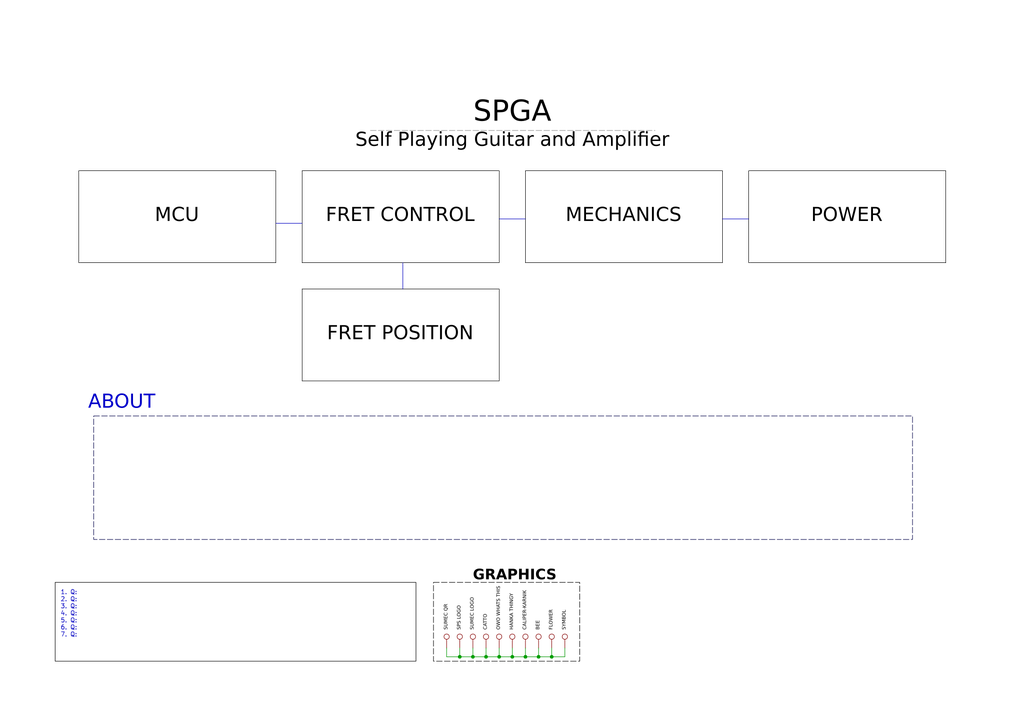
<source format=kicad_sch>
(kicad_sch (version 20250114) (generator "eeschema") (generator_version "9.0")
  (paper "A4")
  (lib_symbols
    (symbol "Connector:TestPoint" (pin_numbers (hide yes)) (pin_names (offset 0.762) (hide yes))
      (property "Reference" "TP" (at 0 6.858 0))
      (property "Value" "TestPoint" (at 0 5.08 0))
      (symbol "TestPoint_0_1"
        (circle (center 0 3.302) (radius 0.762))
      )
      (symbol "TestPoint_1_1"
        (pin passive line (at 0 0 90) (length 2.54) (name "1") (number "1"))
      )
    )
  )
  (rectangle (start 125.73 168.91) (end 168.148 191.77) (stroke (width 0) (type dash) (color 0 0 0 1)))
  (rectangle (start 346.71 49.53) (end 369.57 66.04) (stroke (width 1) (color 0 0 0 1)))
  (rectangle (start 16.002 168.91) (end 120.65 191.77) (stroke (width 0) (color 0 0 0 1)))
  (rectangle (start 27.178 120.65) (end 264.668 156.464) (stroke (width 0) (type dash) (color 0 0 72 1)))
  (circle (center 351.79 50.8) (radius 1.27) (stroke (width 0) (color 72 72 72 1)))
  (text "HANKA THINGY" (at 149.225 182.88 90) (effects (font (size 1 1) (italic yes)) (justify left bottom)))
  (text "GRAPHICS" (at 137.16 169.545 0) (effects (font (size 3 3) (bold yes)) (justify left bottom)))
  (text "SUMEC LOGO" (at 137.795 182.88 90) (effects (font (size 1 1) (italic yes)) (justify left bottom)))
  (text "ABOUT" (at 35.306 117.856 0) (effects (font (size 4 4))))
  (text "FLOWER" (at 160.655 182.88 90) (effects (font (size 1 1) (italic yes)) (justify left bottom)))
  (text "SUMEC QR" (at 130.175 182.88 90) (effects (font (size 1 1) (italic yes)) (justify left bottom)))
  (text "1. Q:\n2. Q:\n3. Q:\n4. Q:\n5. Q:\n6. Q:\n7. Q:" (at 17.526 178.054 0) (effects (font (size 1.27 1.27)) (justify left)))
  (text "OWO WHATS THIS" (at 145.415 182.88 90) (effects (font (size 1 1) (italic yes)) (justify left bottom)))
  (text "Self Playing Guitar and Amplifier" (at 148.59 41.91 0) (effects (font (size 4 4))))
  (text "CALIPER-KARNIK" (at 153.035 182.88 90) (effects (font (size 1 1) (italic yes)) (justify left bottom)))
  (text "SPGA" (at 148.59 34.29 0) (effects (font (size 6 6))))
  (text "BEE" (at 156.845 182.88 90) (effects (font (size 1 1) (italic yes)) (justify left bottom)))
  (text "CATTO" (at 141.605 182.88 90) (effects (font (size 1 1) (italic yes)) (justify left bottom)))
  (text "SPS LOGO" (at 133.985 182.88 90) (effects (font (size 1 1) (italic yes)) (justify left bottom)))
  (text "SYMBOL" (at 164.465 182.88 90) (effects (font (size 1 1) (italic yes)) (justify left bottom)))
  (junction (at 133.35 190.5))
  (junction (at 144.78 190.5))
  (junction (at 140.97 190.5))
  (junction (at 152.4 190.5))
  (junction (at 148.59 190.5))
  (junction (at 160.02 190.5))
  (junction (at 156.21 190.5))
  (junction (at 137.16 190.5))
  (wire (pts (xy 144.78 190.5) (xy 148.59 190.5)))
  (wire (pts (xy 152.4 190.5) (xy 156.21 190.5)))
  (wire (pts (xy 152.4 187.96) (xy 152.4 190.5)))
  (wire (pts (xy 137.16 190.5) (xy 140.97 190.5)))
  (wire (pts (xy 144.78 187.96) (xy 144.78 190.5)))
  (wire (pts (xy 129.54 190.5) (xy 133.35 190.5)))
  (wire (pts (xy 156.21 190.5) (xy 160.02 190.5)))
  (polyline (pts (xy 107.442 37.846) (xy 189.992 37.846)) (stroke (width 0) (type dash) (color 132 132 132 1)))
  (wire (pts (xy 148.59 190.5) (xy 148.59 187.96)))
  (wire (pts (xy 137.16 190.5) (xy 137.16 187.96)))
  (wire (pts (xy 156.21 187.96) (xy 156.21 190.5)))
  (polyline (pts (xy 80.01 64.77) (xy 87.63 64.77)))
  (polyline (pts (xy 209.55 63.5) (xy 217.17 63.5)))
  (wire (pts (xy 140.97 190.5) (xy 144.78 190.5)))
  (wire (pts (xy 140.97 187.96) (xy 140.97 190.5)))
  (wire (pts (xy 160.02 190.5) (xy 163.83 190.5)))
  (wire (pts (xy 148.59 190.5) (xy 152.4 190.5)))
  (wire (pts (xy 129.54 187.96) (xy 129.54 190.5)))
  (wire (pts (xy 160.02 187.96) (xy 160.02 190.5)))
  (wire (pts (xy 133.35 187.96) (xy 133.35 190.5)))
  (polyline (pts (xy 144.78 63.5) (xy 152.4 63.5)))
  (wire (pts (xy 133.35 190.5) (xy 137.16 190.5)))
  (polyline (pts (xy 116.84 83.82) (xy 116.84 76.2)))
  (wire (pts (xy 163.83 190.5) (xy 163.83 187.96)))
  (image (at 359.41 87.63) (scale 4.06201))
  (symbol (lib_id "Connector:TestPoint") (at 156.21 187.96 0) (unit 1)
    (property "Reference" "TP8" (effects (hide yes)))
    (property "Value" "TestPoint" (effects (hide yes)))
    (property "Footprint" "sumec_graphic:BEE_IMG" (effects (hide yes)))
    (property "Description" "test point" (effects (hide yes)))
  )
  (symbol (lib_id "Connector:TestPoint") (at 144.78 187.96 0) (unit 1)
    (property "Reference" "TP5" (effects (hide yes)))
    (property "Value" "TestPoint" (effects (hide yes)))
    (property "Footprint" "sumec_graphic:OWO_WHATS_THIS_IMG" (effects (hide yes)))
    (property "Description" "test point" (effects (hide yes)))
  )
  (symbol (lib_id "Connector:TestPoint") (at 140.97 187.96 0) (unit 1)
    (property "Reference" "TP4" (effects (hide yes)))
    (property "Value" "TestPoint" (effects (hide yes)))
    (property "Footprint" "sumec_graphic:CATTO_MASK_IMG" (effects (hide yes)))
    (property "Description" "test point" (effects (hide yes)))
  )
  (symbol (lib_id "Connector:TestPoint") (at 163.83 187.96 0) (unit 1)
    (property "Reference" "TP10" (effects (hide yes)))
    (property "Value" "TestPoint" (effects (hide yes)))
    (property "Footprint" "sumec_graphic:SYMBOL_IMG" (effects (hide yes)))
    (property "Description" "test point" (effects (hide yes)))
  )
  (symbol (lib_id "Connector:TestPoint") (at 160.02 187.96 0) (unit 1)
    (property "Reference" "TP9" (effects (hide yes)))
    (property "Value" "TestPoint" (effects (hide yes)))
    (property "Footprint" "sumec_graphic:FLOWER_IMG" (effects (hide yes)))
    (property "Description" "test point" (effects (hide yes)))
  )
  (symbol (lib_id "Connector:TestPoint") (at 148.59 187.96 0) (unit 1)
    (property "Reference" "TP6" (effects (hide yes)))
    (property "Value" "TestPoint" (effects (hide yes)))
    (property "Footprint" "sumec_graphic:HANKA_THINGY_IMG" (effects (hide yes)))
    (property "Description" "test point" (effects (hide yes)))
  )
  (symbol (lib_id "Connector:TestPoint") (at 152.4 187.96 0) (unit 1)
    (property "Reference" "TP7" (effects (hide yes)))
    (property "Value" "TestPoint" (effects (hide yes)))
    (property "Footprint" "sumec_graphic:CALIPER_IMG" (effects (hide yes)))
    (property "Description" "test point" (effects (hide yes)))
  )
  (symbol (lib_id "Connector:TestPoint") (at 129.54 187.96 0) (unit 1)
    (property "Reference" "TP1" (effects (hide yes)))
    (property "Value" "TestPoint" (effects (hide yes)))
    (property "Footprint" "sumec_graphic:SUMEC_QR_IMG" (effects (hide yes)))
    (property "Description" "test point" (effects (hide yes)))
  )
  (symbol (lib_id "Connector:TestPoint") (at 133.35 187.96 0) (unit 1)
    (property "Reference" "TP2" (effects (hide yes)))
    (property "Value" "TestPoint" (effects (hide yes)))
    (property "Footprint" "sumec_graphic:SPS_LOGO_IMG" (effects (hide yes)))
    (property "Description" "test point" (effects (hide yes)))
  )
  (symbol (lib_id "Connector:TestPoint") (at 137.16 187.96 0) (unit 1)
    (property "Reference" "TP3" (effects (hide yes)))
    (property "Value" "TestPoint" (effects (hide yes)))
    (property "Footprint" "sumec_graphic:SUMEC_LOGO_IMG" (effects (hide yes)))
    (property "Description" "test point" (effects (hide yes)))
  )
  (sheet (at 87.63 49.53) (size 57.15 26.67) (stroke (width 0.1524) (color 0 0 0 1)) (fill (color 255 255 255 1.0000))
    (property "Sheetname" "FRET CONTROL" (at 116.078 64.77 0) (effects (font (size 4 4)) (justify bottom)))
    (property "Sheetfile" "FRET_CONTROL.kicad_sch" (effects (hide yes)))
  )
  (sheet (at 217.17 49.53) (size 57.15 26.67) (stroke (width 0.1524) (color 0 0 0 1)) (fill (color 255 255 255 1.0000))
    (property "Sheetname" "POWER" (at 245.618 64.77 0) (effects (font (size 4 4)) (justify bottom)))
    (property "Sheetfile" "POWER.kicad_sch" (effects (hide yes)))
  )
  (sheet (at 152.4 49.53) (size 57.15 26.67) (stroke (width 0.1524) (color 0 0 0 1)) (fill (color 255 255 255 1.0000))
    (property "Sheetname" "MECHANICS" (at 180.848 64.77 0) (effects (font (size 4 4)) (justify bottom)))
    (property "Sheetfile" "MECHANICS.kicad_sch" (effects (hide yes)))
  )
  (sheet (at 87.63 83.82) (size 57.15 26.67) (stroke (width 0.1524) (color 0 0 0 1)) (fill (color 255 255 255 1.0000))
    (property "Sheetname" "FRET POSITION" (at 116.078 99.06 0) (effects (font (size 4 4)) (justify bottom)))
    (property "Sheetfile" "FRET_POSITION.kicad_sch" (effects (hide yes)))
  )
  (sheet (at 22.86 49.53) (size 57.15 26.67) (stroke (width 0.1524) (color 0 0 0 1)) (fill (color 255 255 255 1.0000))
    (property "Sheetname" "MCU" (at 51.308 64.77 0) (effects (font (size 4 4)) (justify bottom)))
    (property "Sheetfile" "MCU.kicad_sch" (effects (hide yes)))
  )
)
</source>
